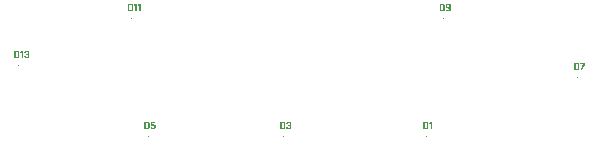
<source format=gto>
G04*
G04 #@! TF.GenerationSoftware,Altium Limited,Altium Designer,22.11.1 (43)*
G04*
G04 Layer_Color=65535*
%FSLAX44Y44*%
%MOMM*%
G71*
G04*
G04 #@! TF.SameCoordinates,022B600F-6A39-489C-B13A-5D3FAA6F7639*
G04*
G04*
G04 #@! TF.FilePolarity,Positive*
G04*
G01*
G75*
%ADD10C,0.1000*%
G36*
X306520Y493551D02*
X306686Y493524D01*
X306894Y493482D01*
X307089Y493399D01*
X307283Y493302D01*
X307463Y493163D01*
X307477Y493149D01*
X307533Y493080D01*
X307602Y492997D01*
X307685Y492858D01*
X307754Y492692D01*
X307824Y492484D01*
X307879Y492248D01*
X307893Y491970D01*
Y491471D01*
Y491457D01*
Y491430D01*
Y491388D01*
X307879Y491333D01*
X307852Y491194D01*
X307796Y491013D01*
X307699Y490833D01*
X307643Y490736D01*
X307560Y490653D01*
X307463Y490570D01*
X307366Y490500D01*
X307241Y490431D01*
X307103Y490376D01*
X307116D01*
X307130Y490362D01*
X307172Y490348D01*
X307227Y490334D01*
X307352Y490279D01*
X307505Y490181D01*
X307643Y490043D01*
X307713Y489946D01*
X307768Y489849D01*
X307824Y489738D01*
X307865Y489599D01*
X307879Y489460D01*
X307893Y489294D01*
Y488781D01*
Y488767D01*
Y488753D01*
Y488711D01*
Y488656D01*
X307865Y488517D01*
X307838Y488337D01*
X307782Y488143D01*
X307713Y487949D01*
X307602Y487755D01*
X307463Y487588D01*
X307449Y487574D01*
X307380Y487519D01*
X307283Y487463D01*
X307144Y487380D01*
X306978Y487311D01*
X306770Y487241D01*
X306520Y487186D01*
X306243Y487172D01*
X305286D01*
X305230Y487186D01*
X305078Y487200D01*
X304911Y487228D01*
X304703Y487269D01*
X304509Y487352D01*
X304315Y487449D01*
X304135Y487588D01*
X304121Y487602D01*
X304065Y487671D01*
X303996Y487755D01*
X303927Y487893D01*
X303843Y488060D01*
X303774Y488268D01*
X303719Y488503D01*
X303705Y488781D01*
Y489058D01*
Y489072D01*
Y489100D01*
X303732Y489169D01*
X303760Y489211D01*
X303788Y489252D01*
X303843Y489266D01*
X303913Y489280D01*
X304800D01*
X304870Y489252D01*
X304911Y489225D01*
X304953Y489183D01*
X304967Y489127D01*
X304981Y489058D01*
Y488809D01*
Y488795D01*
Y488753D01*
X304995Y488698D01*
Y488628D01*
X305036Y488476D01*
X305064Y488406D01*
X305105Y488351D01*
X305133Y488337D01*
X305161Y488309D01*
X305203Y488295D01*
X305272Y488268D01*
X305341Y488240D01*
X305438Y488226D01*
X306090D01*
X306146Y488240D01*
X306215D01*
X306381Y488282D01*
X306451Y488309D01*
X306506Y488351D01*
X306520Y488365D01*
X306534Y488379D01*
X306562Y488406D01*
X306589Y488462D01*
X306617Y488517D01*
X306631Y488600D01*
X306659Y488698D01*
Y488809D01*
Y489294D01*
Y489308D01*
Y489349D01*
X306645Y489405D01*
Y489460D01*
X306589Y489613D01*
X306562Y489682D01*
X306506Y489738D01*
X306479Y489765D01*
X306451Y489779D01*
X306395Y489807D01*
X306326Y489835D01*
X306243Y489849D01*
X306146Y489876D01*
X305494D01*
X305424Y489904D01*
X305383Y489932D01*
X305341Y489959D01*
X305327Y490015D01*
X305313Y490084D01*
Y490681D01*
Y490695D01*
Y490722D01*
X305341Y490792D01*
X305369Y490833D01*
X305397Y490875D01*
X305452Y490889D01*
X305522Y490903D01*
X306090D01*
X306146Y490916D01*
X306215D01*
X306381Y490958D01*
X306451Y490986D01*
X306506Y491027D01*
X306520Y491041D01*
X306534Y491055D01*
X306562Y491083D01*
X306589Y491138D01*
X306617Y491194D01*
X306631Y491277D01*
X306659Y491374D01*
Y491485D01*
Y491943D01*
Y491957D01*
Y491998D01*
X306645Y492054D01*
Y492123D01*
X306589Y492262D01*
X306562Y492331D01*
X306506Y492387D01*
X306479Y492414D01*
X306451Y492428D01*
X306395Y492456D01*
X306326Y492484D01*
X306243Y492497D01*
X306146Y492525D01*
X305438D01*
X305369Y492511D01*
X305230Y492470D01*
X305161Y492428D01*
X305105Y492387D01*
X305092Y492359D01*
X305064Y492331D01*
X305050Y492289D01*
X305022Y492220D01*
X304995Y492151D01*
X304981Y492054D01*
Y491943D01*
Y491693D01*
Y491679D01*
Y491665D01*
X304953Y491596D01*
X304925Y491554D01*
X304884Y491513D01*
X304828Y491499D01*
X304759Y491485D01*
X303885D01*
X303816Y491513D01*
X303774Y491540D01*
X303732Y491568D01*
X303719Y491624D01*
X303705Y491693D01*
Y491970D01*
Y491984D01*
Y491998D01*
Y492040D01*
X303719Y492095D01*
X303732Y492234D01*
X303760Y492414D01*
X303816Y492608D01*
X303885Y492803D01*
X303996Y492997D01*
X304135Y493163D01*
X304149Y493177D01*
X304218Y493232D01*
X304315Y493302D01*
X304454Y493371D01*
X304620Y493454D01*
X304828Y493510D01*
X305078Y493565D01*
X305355Y493579D01*
X306367D01*
X306520Y493551D01*
D02*
G37*
G36*
X302595D02*
X302623Y493524D01*
X302665Y493496D01*
X302679Y493441D01*
X302692Y493371D01*
Y487380D01*
Y487366D01*
Y487311D01*
X302679Y487255D01*
X302651Y487214D01*
X302637D01*
X302623Y487200D01*
X302568Y487186D01*
X302498Y487172D01*
X301611D01*
X301541Y487200D01*
X301500Y487228D01*
X301458Y487255D01*
X301444Y487311D01*
X301430Y487380D01*
Y492234D01*
X300446Y491679D01*
X300432D01*
X300418Y491665D01*
X300307D01*
X300265Y491693D01*
X300252Y491735D01*
X300238Y491804D01*
Y492622D01*
Y492636D01*
Y492650D01*
X300252Y492719D01*
X300307Y492803D01*
X300335Y492844D01*
X300390Y492872D01*
X301292Y493441D01*
X301306D01*
X301333Y493468D01*
X301375Y493482D01*
X301430Y493510D01*
X301555Y493551D01*
X301680Y493579D01*
X302512D01*
X302595Y493551D01*
D02*
G37*
G36*
X298074D02*
X298255Y493524D01*
X298449Y493468D01*
X298643Y493399D01*
X298837Y493288D01*
X299017Y493149D01*
X299031Y493135D01*
X299087Y493066D01*
X299156Y492983D01*
X299239Y492844D01*
X299322Y492678D01*
X299392Y492470D01*
X299447Y492234D01*
X299461Y491957D01*
Y488795D01*
Y488781D01*
Y488767D01*
Y488725D01*
Y488670D01*
X299433Y488531D01*
X299406Y488351D01*
X299350Y488157D01*
X299281Y487962D01*
X299170Y487768D01*
X299017Y487588D01*
X299003Y487574D01*
X298934Y487519D01*
X298837Y487463D01*
X298712Y487380D01*
X298532Y487311D01*
X298324Y487241D01*
X298088Y487186D01*
X297811Y487172D01*
X295314D01*
X295245Y487200D01*
X295203Y487228D01*
X295162Y487255D01*
X295148Y487311D01*
X295134Y487380D01*
Y493371D01*
Y493385D01*
Y493399D01*
X295162Y493482D01*
X295190Y493510D01*
X295217Y493551D01*
X295273Y493565D01*
X295342Y493579D01*
X297936D01*
X298074Y493551D01*
D02*
G37*
G36*
X402190Y533429D02*
X402217Y533402D01*
X402259Y533374D01*
X402273Y533318D01*
X402287Y533249D01*
Y527258D01*
Y527244D01*
Y527189D01*
X402273Y527133D01*
X402245Y527092D01*
X402231D01*
X402217Y527078D01*
X402162Y527064D01*
X402093Y527050D01*
X401205D01*
X401136Y527078D01*
X401094Y527105D01*
X401053Y527133D01*
X401039Y527189D01*
X401025Y527258D01*
Y532112D01*
X400040Y531557D01*
X400026D01*
X400012Y531543D01*
X399902D01*
X399860Y531571D01*
X399846Y531613D01*
X399832Y531682D01*
Y532500D01*
Y532514D01*
Y532528D01*
X399846Y532597D01*
X399902Y532681D01*
X399929Y532722D01*
X399985Y532750D01*
X400886Y533318D01*
X400900D01*
X400928Y533346D01*
X400969Y533360D01*
X401025Y533388D01*
X401150Y533429D01*
X401274Y533457D01*
X402107D01*
X402190Y533429D01*
D02*
G37*
G36*
X398861D02*
X398889Y533402D01*
X398931Y533374D01*
X398945Y533318D01*
X398958Y533249D01*
Y527258D01*
Y527244D01*
Y527189D01*
X398945Y527133D01*
X398917Y527092D01*
X398903D01*
X398889Y527078D01*
X398834Y527064D01*
X398764Y527050D01*
X397877D01*
X397807Y527078D01*
X397766Y527105D01*
X397724Y527133D01*
X397710Y527189D01*
X397696Y527258D01*
Y532112D01*
X396712Y531557D01*
X396698D01*
X396684Y531543D01*
X396573D01*
X396531Y531571D01*
X396518Y531613D01*
X396504Y531682D01*
Y532500D01*
Y532514D01*
Y532528D01*
X396518Y532597D01*
X396573Y532681D01*
X396601Y532722D01*
X396656Y532750D01*
X397558Y533318D01*
X397572D01*
X397599Y533346D01*
X397641Y533360D01*
X397696Y533388D01*
X397821Y533429D01*
X397946Y533457D01*
X398778D01*
X398861Y533429D01*
D02*
G37*
G36*
X394340D02*
X394520Y533402D01*
X394715Y533346D01*
X394909Y533277D01*
X395103Y533166D01*
X395283Y533027D01*
X395297Y533013D01*
X395353Y532944D01*
X395422Y532861D01*
X395505Y532722D01*
X395588Y532556D01*
X395658Y532348D01*
X395713Y532112D01*
X395727Y531835D01*
Y528673D01*
Y528659D01*
Y528645D01*
Y528603D01*
Y528548D01*
X395699Y528409D01*
X395672Y528229D01*
X395616Y528035D01*
X395547Y527840D01*
X395436Y527646D01*
X395283Y527466D01*
X395269Y527452D01*
X395200Y527397D01*
X395103Y527341D01*
X394978Y527258D01*
X394798Y527189D01*
X394590Y527119D01*
X394354Y527064D01*
X394077Y527050D01*
X391580D01*
X391511Y527078D01*
X391469Y527105D01*
X391428Y527133D01*
X391414Y527189D01*
X391400Y527258D01*
Y533249D01*
Y533263D01*
Y533277D01*
X391428Y533360D01*
X391456Y533388D01*
X391483Y533429D01*
X391539Y533443D01*
X391608Y533457D01*
X394202D01*
X394340Y533429D01*
D02*
G37*
G36*
X663516D02*
X663683Y533402D01*
X663891Y533360D01*
X664085Y533277D01*
X664279Y533180D01*
X664459Y533041D01*
X664473Y533027D01*
X664529Y532958D01*
X664598Y532875D01*
X664681Y532736D01*
X664751Y532570D01*
X664820Y532362D01*
X664875Y532112D01*
X664889Y531835D01*
Y528673D01*
Y528659D01*
Y528645D01*
Y528603D01*
Y528548D01*
X664862Y528395D01*
X664834Y528229D01*
X664778Y528035D01*
X664709Y527827D01*
X664598Y527632D01*
X664459Y527466D01*
X664445Y527452D01*
X664376Y527397D01*
X664279Y527341D01*
X664140Y527258D01*
X663974Y527189D01*
X663766Y527119D01*
X663516Y527064D01*
X663239Y527050D01*
X661103D01*
X661020Y527078D01*
X660978Y527105D01*
X660951Y527133D01*
X660923Y527189D01*
X660909Y527258D01*
Y527938D01*
Y527951D01*
Y527965D01*
X660937Y528049D01*
X660964Y528076D01*
X661006Y528118D01*
X661061Y528132D01*
X661131Y528146D01*
X663086D01*
X663142Y528159D01*
X663211D01*
X663350Y528201D01*
X663419Y528229D01*
X663475Y528270D01*
Y528284D01*
X663502Y528298D01*
X663516Y528326D01*
X663544Y528381D01*
X663572Y528437D01*
X663586Y528520D01*
X663613Y528617D01*
Y528728D01*
Y529324D01*
X662185D01*
X662129Y529338D01*
X661977Y529352D01*
X661810Y529380D01*
X661602Y529422D01*
X661408Y529505D01*
X661214Y529602D01*
X661034Y529740D01*
X661020Y529754D01*
X660964Y529824D01*
X660895Y529921D01*
X660826Y530059D01*
X660742Y530226D01*
X660673Y530434D01*
X660618Y530670D01*
X660604Y530947D01*
Y531835D01*
Y531848D01*
Y531876D01*
Y531904D01*
X660618Y531959D01*
X660632Y532112D01*
X660659Y532278D01*
X660715Y532472D01*
X660784Y532681D01*
X660895Y532875D01*
X661034Y533041D01*
X661048Y533055D01*
X661117Y533111D01*
X661214Y533180D01*
X661353Y533249D01*
X661519Y533332D01*
X661727Y533388D01*
X661977Y533443D01*
X662254Y533457D01*
X663364D01*
X663516Y533429D01*
D02*
G37*
G36*
X658246D02*
X658427Y533402D01*
X658621Y533346D01*
X658815Y533277D01*
X659009Y533166D01*
X659189Y533027D01*
X659203Y533013D01*
X659259Y532944D01*
X659328Y532861D01*
X659411Y532722D01*
X659494Y532556D01*
X659564Y532348D01*
X659619Y532112D01*
X659633Y531835D01*
Y528673D01*
Y528659D01*
Y528645D01*
Y528603D01*
Y528548D01*
X659605Y528409D01*
X659578Y528229D01*
X659522Y528035D01*
X659453Y527840D01*
X659342Y527646D01*
X659189Y527466D01*
X659175Y527452D01*
X659106Y527397D01*
X659009Y527341D01*
X658884Y527258D01*
X658704Y527189D01*
X658496Y527119D01*
X658260Y527064D01*
X657983Y527050D01*
X655486D01*
X655417Y527078D01*
X655376Y527105D01*
X655334Y527133D01*
X655320Y527189D01*
X655306Y527258D01*
Y533249D01*
Y533263D01*
Y533277D01*
X655334Y533360D01*
X655362Y533388D01*
X655389Y533429D01*
X655445Y533443D01*
X655514Y533457D01*
X658108D01*
X658246Y533429D01*
D02*
G37*
G36*
X777974Y483391D02*
X778002Y483364D01*
X778043Y483336D01*
X778057Y483280D01*
X778071Y483211D01*
Y482379D01*
Y482365D01*
Y482337D01*
Y482296D01*
X778057Y482240D01*
X778043Y482157D01*
X778016Y482060D01*
X777932Y481838D01*
X776005Y477192D01*
Y477178D01*
X775991Y477165D01*
X775935Y477109D01*
X775880Y477067D01*
X775824Y477040D01*
X775755Y477026D01*
X775658Y477012D01*
X774673D01*
X774632Y477026D01*
X774590Y477054D01*
Y477067D01*
Y477095D01*
Y477151D01*
X774618Y477220D01*
X776726Y482268D01*
X774340D01*
X774271Y482296D01*
X774229Y482324D01*
X774188Y482351D01*
X774174Y482407D01*
X774160Y482476D01*
Y483211D01*
Y483225D01*
Y483239D01*
X774188Y483322D01*
X774216Y483350D01*
X774243Y483391D01*
X774299Y483405D01*
X774368Y483419D01*
X777891D01*
X777974Y483391D01*
D02*
G37*
G36*
X772038D02*
X772218Y483364D01*
X772413Y483308D01*
X772607Y483239D01*
X772801Y483128D01*
X772981Y482989D01*
X772995Y482975D01*
X773051Y482906D01*
X773120Y482823D01*
X773203Y482684D01*
X773286Y482518D01*
X773356Y482310D01*
X773411Y482074D01*
X773425Y481797D01*
Y478635D01*
Y478621D01*
Y478607D01*
Y478565D01*
Y478510D01*
X773397Y478371D01*
X773370Y478191D01*
X773314Y477997D01*
X773245Y477803D01*
X773134Y477608D01*
X772981Y477428D01*
X772967Y477414D01*
X772898Y477359D01*
X772801Y477303D01*
X772676Y477220D01*
X772496Y477151D01*
X772288Y477081D01*
X772052Y477026D01*
X771775Y477012D01*
X769278D01*
X769209Y477040D01*
X769167Y477067D01*
X769126Y477095D01*
X769112Y477151D01*
X769098Y477220D01*
Y483211D01*
Y483225D01*
Y483239D01*
X769126Y483322D01*
X769154Y483350D01*
X769181Y483391D01*
X769237Y483405D01*
X769306Y483419D01*
X771899D01*
X772038Y483391D01*
D02*
G37*
G36*
X414579Y433354D02*
X414607Y433326D01*
X414648Y433298D01*
X414662Y433242D01*
X414676Y433173D01*
Y432424D01*
Y432410D01*
Y432397D01*
X414648Y432327D01*
X414620Y432286D01*
X414593Y432244D01*
X414537Y432230D01*
X414468Y432216D01*
X412055D01*
Y430746D01*
X412069Y430774D01*
X412096Y430829D01*
X412138Y430899D01*
X412221Y430996D01*
X412332Y431093D01*
X412471Y431162D01*
X412665Y431218D01*
X412887Y431245D01*
X413386D01*
X413455Y431232D01*
X413553Y431218D01*
X413677Y431204D01*
X413802Y431162D01*
X413941Y431121D01*
X414093Y431051D01*
X414232Y430968D01*
X414371Y430871D01*
X414496Y430746D01*
X414620Y430594D01*
X414717Y430413D01*
X414787Y430205D01*
X414842Y429970D01*
X414856Y429692D01*
Y428597D01*
Y428583D01*
Y428569D01*
Y428527D01*
Y428472D01*
X414828Y428333D01*
X414801Y428153D01*
X414745Y427959D01*
X414676Y427765D01*
X414565Y427570D01*
X414426Y427390D01*
X414412Y427376D01*
X414343Y427321D01*
X414246Y427265D01*
X414121Y427182D01*
X413941Y427113D01*
X413733Y427043D01*
X413497Y426988D01*
X413220Y426974D01*
X412277D01*
X412221Y426988D01*
X412069Y427002D01*
X411902Y427029D01*
X411694Y427071D01*
X411500Y427154D01*
X411306Y427251D01*
X411125Y427390D01*
X411112Y427404D01*
X411056Y427473D01*
X410987Y427570D01*
X410918Y427695D01*
X410834Y427862D01*
X410765Y428070D01*
X410709Y428319D01*
X410696Y428597D01*
Y428791D01*
Y428805D01*
Y428832D01*
X410723Y428902D01*
X410751Y428943D01*
X410779Y428985D01*
X410834Y428999D01*
X410904Y429013D01*
X411777D01*
X411861Y428985D01*
X411888Y428957D01*
X411930Y428916D01*
X411944Y428860D01*
X411958Y428791D01*
Y428610D01*
Y428597D01*
Y428555D01*
X411972Y428499D01*
Y428430D01*
X412013Y428278D01*
X412055Y428208D01*
X412096Y428153D01*
X412124Y428139D01*
X412152Y428111D01*
X412207Y428097D01*
X412263Y428070D01*
X412346Y428042D01*
X412429Y428028D01*
X413067D01*
X413123Y428042D01*
X413192D01*
X413344Y428083D01*
X413414Y428111D01*
X413483Y428153D01*
X413497Y428167D01*
X413511Y428181D01*
X413539Y428208D01*
X413566Y428264D01*
X413594Y428319D01*
X413608Y428402D01*
X413636Y428499D01*
Y428610D01*
Y429498D01*
Y429512D01*
Y429567D01*
X413622Y429637D01*
Y429734D01*
X413566Y429928D01*
X413539Y430011D01*
X413483Y430080D01*
Y430094D01*
X413455Y430108D01*
X413414Y430136D01*
X413372Y430164D01*
X413303Y430191D01*
X413206Y430205D01*
X413095Y430233D01*
X412457D01*
X412415Y430219D01*
X412360Y430205D01*
X412290Y430178D01*
X412235Y430150D01*
X412166Y430094D01*
X412110Y430025D01*
Y430011D01*
X412082Y429997D01*
X412027Y429928D01*
X411930Y429845D01*
X411874Y429831D01*
X411819Y429817D01*
X410973D01*
X410890Y429845D01*
X410820Y429900D01*
X410793Y429942D01*
X410779Y430011D01*
Y433173D01*
Y433187D01*
Y433201D01*
X410807Y433284D01*
X410834Y433312D01*
X410876Y433354D01*
X410931Y433367D01*
X411001Y433381D01*
X414496D01*
X414579Y433354D01*
D02*
G37*
G36*
X408310D02*
X408490Y433326D01*
X408685Y433270D01*
X408879Y433201D01*
X409073Y433090D01*
X409253Y432951D01*
X409267Y432937D01*
X409323Y432868D01*
X409392Y432785D01*
X409475Y432646D01*
X409558Y432480D01*
X409628Y432272D01*
X409683Y432036D01*
X409697Y431759D01*
Y428597D01*
Y428583D01*
Y428569D01*
Y428527D01*
Y428472D01*
X409669Y428333D01*
X409642Y428153D01*
X409586Y427959D01*
X409517Y427765D01*
X409406Y427570D01*
X409253Y427390D01*
X409239Y427376D01*
X409170Y427321D01*
X409073Y427265D01*
X408948Y427182D01*
X408768Y427113D01*
X408560Y427043D01*
X408324Y426988D01*
X408047Y426974D01*
X405550D01*
X405481Y427002D01*
X405439Y427029D01*
X405398Y427057D01*
X405384Y427113D01*
X405370Y427182D01*
Y433173D01*
Y433187D01*
Y433201D01*
X405398Y433284D01*
X405426Y433312D01*
X405453Y433354D01*
X405509Y433367D01*
X405578Y433381D01*
X408172D01*
X408310Y433354D01*
D02*
G37*
G36*
X528236D02*
X528402Y433326D01*
X528610Y433284D01*
X528804Y433201D01*
X528998Y433104D01*
X529179Y432965D01*
X529193Y432951D01*
X529248Y432882D01*
X529317Y432799D01*
X529401Y432660D01*
X529470Y432494D01*
X529539Y432286D01*
X529595Y432050D01*
X529609Y431772D01*
Y431273D01*
Y431259D01*
Y431232D01*
Y431190D01*
X529595Y431134D01*
X529567Y430996D01*
X529512Y430816D01*
X529414Y430635D01*
X529359Y430538D01*
X529276Y430455D01*
X529179Y430372D01*
X529082Y430302D01*
X528957Y430233D01*
X528818Y430178D01*
X528832D01*
X528846Y430164D01*
X528887Y430150D01*
X528943Y430136D01*
X529068Y430080D01*
X529220Y429983D01*
X529359Y429845D01*
X529428Y429748D01*
X529484Y429651D01*
X529539Y429540D01*
X529581Y429401D01*
X529595Y429262D01*
X529609Y429096D01*
Y428583D01*
Y428569D01*
Y428555D01*
Y428513D01*
Y428458D01*
X529581Y428319D01*
X529553Y428139D01*
X529498Y427945D01*
X529428Y427751D01*
X529317Y427556D01*
X529179Y427390D01*
X529165Y427376D01*
X529095Y427321D01*
X528998Y427265D01*
X528860Y427182D01*
X528693Y427113D01*
X528485Y427043D01*
X528236Y426988D01*
X527958Y426974D01*
X527001D01*
X526946Y426988D01*
X526793Y427002D01*
X526627Y427029D01*
X526419Y427071D01*
X526225Y427154D01*
X526031Y427251D01*
X525850Y427390D01*
X525836Y427404D01*
X525781Y427473D01*
X525712Y427556D01*
X525642Y427695D01*
X525559Y427862D01*
X525490Y428070D01*
X525434Y428305D01*
X525420Y428583D01*
Y428860D01*
Y428874D01*
Y428902D01*
X525448Y428971D01*
X525476Y429013D01*
X525504Y429054D01*
X525559Y429068D01*
X525628Y429082D01*
X526516D01*
X526585Y429054D01*
X526627Y429026D01*
X526669Y428985D01*
X526682Y428929D01*
X526696Y428860D01*
Y428610D01*
Y428597D01*
Y428555D01*
X526710Y428499D01*
Y428430D01*
X526752Y428278D01*
X526780Y428208D01*
X526821Y428153D01*
X526849Y428139D01*
X526877Y428111D01*
X526918Y428097D01*
X526987Y428070D01*
X527057Y428042D01*
X527154Y428028D01*
X527806D01*
X527861Y428042D01*
X527931D01*
X528097Y428083D01*
X528166Y428111D01*
X528222Y428153D01*
X528236Y428167D01*
X528250Y428181D01*
X528277Y428208D01*
X528305Y428264D01*
X528333Y428319D01*
X528347Y428402D01*
X528374Y428499D01*
Y428610D01*
Y429096D01*
Y429110D01*
Y429151D01*
X528360Y429207D01*
Y429262D01*
X528305Y429415D01*
X528277Y429484D01*
X528222Y429540D01*
X528194Y429567D01*
X528166Y429581D01*
X528111Y429609D01*
X528041Y429637D01*
X527958Y429651D01*
X527861Y429678D01*
X527209D01*
X527140Y429706D01*
X527099Y429734D01*
X527057Y429762D01*
X527043Y429817D01*
X527029Y429886D01*
Y430483D01*
Y430497D01*
Y430524D01*
X527057Y430594D01*
X527085Y430635D01*
X527112Y430677D01*
X527168Y430691D01*
X527237Y430705D01*
X527806D01*
X527861Y430718D01*
X527931D01*
X528097Y430760D01*
X528166Y430788D01*
X528222Y430829D01*
X528236Y430843D01*
X528250Y430857D01*
X528277Y430885D01*
X528305Y430940D01*
X528333Y430996D01*
X528347Y431079D01*
X528374Y431176D01*
Y431287D01*
Y431745D01*
Y431759D01*
Y431800D01*
X528360Y431856D01*
Y431925D01*
X528305Y432064D01*
X528277Y432133D01*
X528222Y432188D01*
X528194Y432216D01*
X528166Y432230D01*
X528111Y432258D01*
X528041Y432286D01*
X527958Y432299D01*
X527861Y432327D01*
X527154D01*
X527085Y432313D01*
X526946Y432272D01*
X526877Y432230D01*
X526821Y432188D01*
X526807Y432161D01*
X526780Y432133D01*
X526766Y432091D01*
X526738Y432022D01*
X526710Y431953D01*
X526696Y431856D01*
Y431745D01*
Y431495D01*
Y431481D01*
Y431467D01*
X526669Y431398D01*
X526641Y431356D01*
X526599Y431315D01*
X526544Y431301D01*
X526474Y431287D01*
X525601D01*
X525531Y431315D01*
X525490Y431343D01*
X525448Y431370D01*
X525434Y431426D01*
X525420Y431495D01*
Y431772D01*
Y431786D01*
Y431800D01*
Y431842D01*
X525434Y431897D01*
X525448Y432036D01*
X525476Y432216D01*
X525531Y432410D01*
X525601Y432605D01*
X525712Y432799D01*
X525850Y432965D01*
X525864Y432979D01*
X525933Y433035D01*
X526031Y433104D01*
X526169Y433173D01*
X526336Y433256D01*
X526544Y433312D01*
X526793Y433367D01*
X527071Y433381D01*
X528083D01*
X528236Y433354D01*
D02*
G37*
G36*
X523118D02*
X523298Y433326D01*
X523493Y433270D01*
X523687Y433201D01*
X523881Y433090D01*
X524061Y432951D01*
X524075Y432937D01*
X524131Y432868D01*
X524200Y432785D01*
X524283Y432646D01*
X524366Y432480D01*
X524436Y432272D01*
X524491Y432036D01*
X524505Y431759D01*
Y428597D01*
Y428583D01*
Y428569D01*
Y428527D01*
Y428472D01*
X524477Y428333D01*
X524450Y428153D01*
X524394Y427959D01*
X524325Y427765D01*
X524214Y427570D01*
X524061Y427390D01*
X524047Y427376D01*
X523978Y427321D01*
X523881Y427265D01*
X523756Y427182D01*
X523576Y427113D01*
X523368Y427043D01*
X523132Y426988D01*
X522855Y426974D01*
X520358D01*
X520289Y427002D01*
X520247Y427029D01*
X520206Y427057D01*
X520192Y427113D01*
X520178Y427182D01*
Y433173D01*
Y433187D01*
Y433201D01*
X520206Y433284D01*
X520234Y433312D01*
X520261Y433354D01*
X520317Y433367D01*
X520386Y433381D01*
X522980D01*
X523118Y433354D01*
D02*
G37*
G36*
X648797D02*
X648825Y433326D01*
X648867Y433298D01*
X648880Y433242D01*
X648894Y433173D01*
Y427182D01*
Y427168D01*
Y427113D01*
X648880Y427057D01*
X648853Y427016D01*
X648839D01*
X648825Y427002D01*
X648770Y426988D01*
X648700Y426974D01*
X647813D01*
X647743Y427002D01*
X647702Y427029D01*
X647660Y427057D01*
X647646Y427113D01*
X647632Y427182D01*
Y432036D01*
X646648Y431481D01*
X646634D01*
X646620Y431467D01*
X646509D01*
X646467Y431495D01*
X646454Y431537D01*
X646440Y431606D01*
Y432424D01*
Y432438D01*
Y432452D01*
X646454Y432521D01*
X646509Y432605D01*
X646537Y432646D01*
X646592Y432674D01*
X647494Y433242D01*
X647508D01*
X647535Y433270D01*
X647577Y433284D01*
X647632Y433312D01*
X647757Y433354D01*
X647882Y433381D01*
X648714D01*
X648797Y433354D01*
D02*
G37*
G36*
X644276D02*
X644456Y433326D01*
X644651Y433270D01*
X644845Y433201D01*
X645039Y433090D01*
X645219Y432951D01*
X645233Y432937D01*
X645289Y432868D01*
X645358Y432785D01*
X645441Y432646D01*
X645524Y432480D01*
X645594Y432272D01*
X645649Y432036D01*
X645663Y431759D01*
Y428597D01*
Y428583D01*
Y428569D01*
Y428527D01*
Y428472D01*
X645635Y428333D01*
X645608Y428153D01*
X645552Y427959D01*
X645483Y427765D01*
X645372Y427570D01*
X645219Y427390D01*
X645205Y427376D01*
X645136Y427321D01*
X645039Y427265D01*
X644914Y427182D01*
X644734Y427113D01*
X644526Y427043D01*
X644290Y426988D01*
X644013Y426974D01*
X641516D01*
X641447Y427002D01*
X641405Y427029D01*
X641364Y427057D01*
X641350Y427113D01*
X641336Y427182D01*
Y433173D01*
Y433187D01*
Y433201D01*
X641364Y433284D01*
X641392Y433312D01*
X641419Y433354D01*
X641475Y433367D01*
X641544Y433381D01*
X644137D01*
X644276Y433354D01*
D02*
G37*
%LPC*%
G36*
X297714Y492484D02*
X296507D01*
X296465Y492470D01*
X296424Y492442D01*
X296410Y492373D01*
Y488379D01*
Y488365D01*
X296424Y488323D01*
X296452Y488282D01*
X296521Y488268D01*
X297658D01*
X297714Y488282D01*
X297783D01*
X297936Y488323D01*
X298005Y488351D01*
X298060Y488392D01*
Y488406D01*
X298088Y488420D01*
X298102Y488448D01*
X298130Y488503D01*
X298157Y488559D01*
X298171Y488642D01*
X298199Y488739D01*
Y488850D01*
Y491901D01*
Y491915D01*
Y491957D01*
Y492012D01*
X298185Y492081D01*
X298144Y492220D01*
X298102Y492289D01*
X298060Y492345D01*
X298033Y492373D01*
X298005Y492387D01*
X297949Y492414D01*
X297894Y492442D01*
X297811Y492456D01*
X297714Y492484D01*
D02*
G37*
G36*
X393980Y532362D02*
X392773D01*
X392732Y532348D01*
X392690Y532320D01*
X392676Y532251D01*
Y528257D01*
Y528243D01*
X392690Y528201D01*
X392718Y528159D01*
X392787Y528146D01*
X393924D01*
X393980Y528159D01*
X394049D01*
X394202Y528201D01*
X394271Y528229D01*
X394326Y528270D01*
Y528284D01*
X394354Y528298D01*
X394368Y528326D01*
X394396Y528381D01*
X394423Y528437D01*
X394437Y528520D01*
X394465Y528617D01*
Y528728D01*
Y531779D01*
Y531793D01*
Y531835D01*
Y531890D01*
X394451Y531959D01*
X394410Y532098D01*
X394368Y532167D01*
X394326Y532223D01*
X394299Y532251D01*
X394271Y532265D01*
X394215Y532292D01*
X394160Y532320D01*
X394077Y532334D01*
X393980Y532362D01*
D02*
G37*
G36*
X663142D02*
X662351D01*
X662282Y532348D01*
X662143Y532306D01*
X662074Y532265D01*
X662018Y532223D01*
X662005Y532195D01*
X661977Y532167D01*
X661963Y532126D01*
X661935Y532057D01*
X661908Y531987D01*
X661894Y531890D01*
Y531779D01*
Y531003D01*
Y530989D01*
Y530947D01*
X661908Y530905D01*
Y530836D01*
X661949Y530684D01*
X661977Y530614D01*
X662018Y530559D01*
X662046Y530545D01*
X662074Y530517D01*
X662115Y530503D01*
X662185Y530476D01*
X662254Y530448D01*
X662351Y530434D01*
X663627D01*
Y531779D01*
Y531793D01*
Y531835D01*
Y531890D01*
X663613Y531959D01*
X663572Y532098D01*
X663530Y532167D01*
X663488Y532223D01*
X663461Y532251D01*
X663433Y532265D01*
X663378Y532292D01*
X663322Y532320D01*
X663239Y532334D01*
X663142Y532362D01*
D02*
G37*
G36*
X657886D02*
X656679D01*
X656637Y532348D01*
X656596Y532320D01*
X656582Y532251D01*
Y528257D01*
Y528243D01*
X656596Y528201D01*
X656624Y528159D01*
X656693Y528146D01*
X657830D01*
X657886Y528159D01*
X657955D01*
X658108Y528201D01*
X658177Y528229D01*
X658232Y528270D01*
Y528284D01*
X658260Y528298D01*
X658274Y528326D01*
X658302Y528381D01*
X658329Y528437D01*
X658343Y528520D01*
X658371Y528617D01*
Y528728D01*
Y531779D01*
Y531793D01*
Y531835D01*
Y531890D01*
X658357Y531959D01*
X658316Y532098D01*
X658274Y532167D01*
X658232Y532223D01*
X658205Y532251D01*
X658177Y532265D01*
X658121Y532292D01*
X658066Y532320D01*
X657983Y532334D01*
X657886Y532362D01*
D02*
G37*
G36*
X771678Y482324D02*
X770471D01*
X770430Y482310D01*
X770388Y482282D01*
X770374Y482213D01*
Y478219D01*
Y478205D01*
X770388Y478163D01*
X770416Y478121D01*
X770485Y478108D01*
X771622D01*
X771678Y478121D01*
X771747D01*
X771899Y478163D01*
X771969Y478191D01*
X772024Y478232D01*
Y478246D01*
X772052Y478260D01*
X772066Y478288D01*
X772094Y478343D01*
X772121Y478399D01*
X772135Y478482D01*
X772163Y478579D01*
Y478690D01*
Y481741D01*
Y481755D01*
Y481797D01*
Y481852D01*
X772149Y481921D01*
X772108Y482060D01*
X772066Y482129D01*
X772024Y482185D01*
X771997Y482213D01*
X771969Y482226D01*
X771913Y482254D01*
X771858Y482282D01*
X771775Y482296D01*
X771678Y482324D01*
D02*
G37*
G36*
X407950Y432286D02*
X406743D01*
X406702Y432272D01*
X406660Y432244D01*
X406646Y432175D01*
Y428181D01*
Y428167D01*
X406660Y428125D01*
X406688Y428083D01*
X406757Y428070D01*
X407894D01*
X407950Y428083D01*
X408019D01*
X408172Y428125D01*
X408241Y428153D01*
X408296Y428194D01*
Y428208D01*
X408324Y428222D01*
X408338Y428250D01*
X408366Y428305D01*
X408393Y428361D01*
X408407Y428444D01*
X408435Y428541D01*
Y428652D01*
Y431703D01*
Y431717D01*
Y431759D01*
Y431814D01*
X408421Y431883D01*
X408380Y432022D01*
X408338Y432091D01*
X408296Y432147D01*
X408269Y432175D01*
X408241Y432188D01*
X408185Y432216D01*
X408130Y432244D01*
X408047Y432258D01*
X407950Y432286D01*
D02*
G37*
G36*
X522758D02*
X521551D01*
X521510Y432272D01*
X521468Y432244D01*
X521454Y432175D01*
Y428181D01*
Y428167D01*
X521468Y428125D01*
X521496Y428083D01*
X521565Y428070D01*
X522702D01*
X522758Y428083D01*
X522827D01*
X522980Y428125D01*
X523049Y428153D01*
X523104Y428194D01*
Y428208D01*
X523132Y428222D01*
X523146Y428250D01*
X523174Y428305D01*
X523201Y428361D01*
X523215Y428444D01*
X523243Y428541D01*
Y428652D01*
Y431703D01*
Y431717D01*
Y431759D01*
Y431814D01*
X523229Y431883D01*
X523188Y432022D01*
X523146Y432091D01*
X523104Y432147D01*
X523077Y432175D01*
X523049Y432188D01*
X522993Y432216D01*
X522938Y432244D01*
X522855Y432258D01*
X522758Y432286D01*
D02*
G37*
G36*
X643916D02*
X642709D01*
X642667Y432272D01*
X642626Y432244D01*
X642612Y432175D01*
Y428181D01*
Y428167D01*
X642626Y428125D01*
X642654Y428083D01*
X642723Y428070D01*
X643860D01*
X643916Y428083D01*
X643985D01*
X644137Y428125D01*
X644207Y428153D01*
X644262Y428194D01*
Y428208D01*
X644290Y428222D01*
X644304Y428250D01*
X644332Y428305D01*
X644359Y428361D01*
X644373Y428444D01*
X644401Y428541D01*
Y428652D01*
Y431703D01*
Y431717D01*
Y431759D01*
Y431814D01*
X644387Y431883D01*
X644346Y432022D01*
X644304Y432091D01*
X644262Y432147D01*
X644235Y432175D01*
X644207Y432188D01*
X644151Y432216D01*
X644096Y432244D01*
X644013Y432258D01*
X643916Y432286D01*
D02*
G37*
%LPD*%
D10*
X644530Y421000D02*
G03*
X644530Y421000I-500J0D01*
G01*
X772470Y471000D02*
G03*
X772470Y471000I-500J0D01*
G01*
X658500Y521000D02*
G03*
X658500Y521000I-500J0D01*
G01*
X523500Y421000D02*
G03*
X523500Y421000I-500J0D01*
G01*
X394530Y521000D02*
G03*
X394530Y521000I-500J0D01*
G01*
X408500Y421000D02*
G03*
X408500Y421000I-500J0D01*
G01*
X298500Y481000D02*
G03*
X298500Y481000I-500J0D01*
G01*
M02*

</source>
